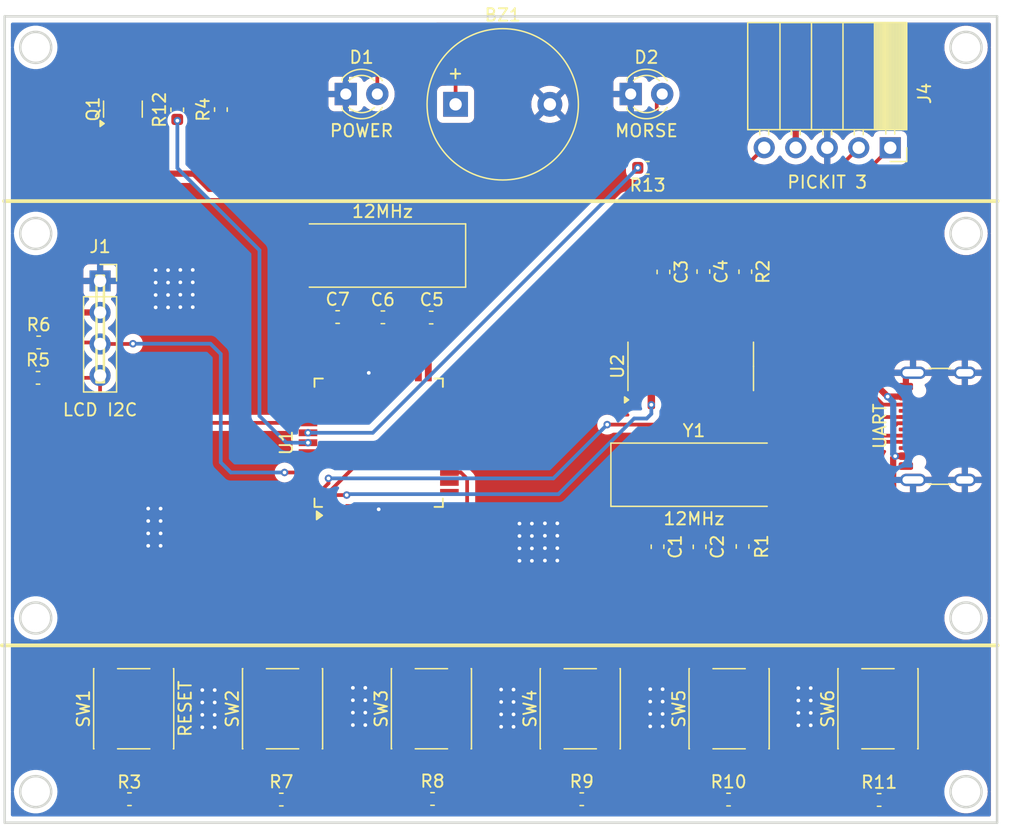
<source format=kicad_pcb>
(kicad_pcb (version 20240108) (generator "pcbnew") (generator_version "8.0")
  (layers (0 "F.Cu" signal) (31 "B.Cu" signal) (34 "B.Paste" user) (35 "F.Paste" user) (36 "B.SilkS" user "B.Silkscreen") (37 "F.SilkS" user "F.Silkscreen") (38 "B.Mask" user) (39 "F.Mask" user) (44 "Edge.Cuts" user))
  (net 0 "")
  (net 1 "Net-(U2-XI)")
  (net 2 "GND")
  (net 3 "Net-(U2-XO)")
  (net 4 "+5V")
  (net 5 "/D+")
  (net 6 "Net-(J2-CC1)")
  (net 7 "/D-")
  (net 9 "Net-(J2-CC2)")
  (net 11 "/TXD")
  (net 12 "/RXD")
  (net 45 "Net-(BZ1--)")
  (net 46 "Net-(U1-RA7{slash}OSC1{slash}CLKIN)")
  (net 47 "Net-(U1-RA6{slash}OSC2{slash}CLKOUT)")
  (net 48 "Net-(D1-A)")
  (net 49 "Net-(D2-A)")
  (net 50 "/SCL")
  (net 51 "/SDA")
  (net 52 "Net-(Q1-B)")
  (net 53 "/SW0")
  (net 54 "/SW1")
  (net 55 "/SW2")
  (net 56 "/SW3")
  (net 57 "/SW4")
  (net 58 "/BUZZER")
  (net 59 "/LED")
  (net 60 "/CLK")
  (net 61 "/DAT")
  (net 62 "/Vpp")
  (footprint "Connector_PinSocket_2.54mm:PinSocket_1x05_P2.54mm_Horizontal" (layer "F.Cu") (at 180.16 79.01 -90)
    (property "Reference" "J4")
    (property "Value" "Conn_01x05_Socket")
  )
  (footprint "Capacitor_SMD:C_0603_1608Metric" (layer "F.Cu") (at 155.29 131.53)
    (property "Reference" "R9")
    (property "Value" "10K")
  )
  (footprint "Capacitor_SMD:C_0603_1608Metric" (layer "F.Cu") (at 131.07 131.56)
    (property "Reference" "R7")
    (property "Value" "10K")
  )
  (footprint "Capacitor_SMD:C_0603_1608Metric" (layer "F.Cu") (at 161.4 111.175 -90)
    (property "Reference" "C1")
    (property "Value" "22p")
  )
  (footprint "LED_THT:LED_D3.0mm" (layer "F.Cu") (at 159.235 74.68)
    (property "Reference" "D2")
    (property "Value" "MORSE")
  )
  (footprint "Button_Switch_SMD:SW_Push_1P1T_NO_6x6mm_H9.5mm" (layer "F.Cu") (at 131.17 124.235 90)
    (property "Reference" "SW2")
    (property "Value" "SW_Push")
  )
  (footprint "Package_SO:SOIC-16_3.9x9.9mm_P1.27mm" (layer "F.Cu") (at 164.075 96.635 90)
    (property "Reference" "U2")
    (property "Value" "CH340G")
  )
  (footprint "Crystal:Crystal_SMD_HC49-SD" (layer "F.Cu") (at 139.23 87.7 180)
    (property "Reference" "Y2" (hide yes))
    (property "Value" "12MHz")
  )
  (footprint "Capacitor_SMD:C_0603_1608Metric" (layer "F.Cu") (at 118.83 131.53 180)
    (property "Reference" "R3")
    (property "Value" "10k")
  )
  (footprint "Capacitor_SMD:C_0603_1608Metric" (layer "F.Cu") (at 161.875 89.025 -90)
    (property "Reference" "C3")
    (property "Value" "10uF")
  )
  (footprint "Package_QFP:TQFP-44_10x10mm_P0.8mm" (layer "F.Cu") (at 138.92 102.79 90)
    (property "Reference" "U1")
    (property "Value" "PIC16F887-I_PT")
  )
  (footprint "Capacitor_SMD:C_0603_1608Metric" (layer "F.Cu") (at 167.125 131.56)
    (property "Reference" "R10")
    (property "Value" "10K")
  )
  (footprint "LED_THT:LED_D3.0mm" (layer "F.Cu") (at 136.27 74.68)
    (property "Reference" "D1")
    (property "Value" "POWER")
  )
  (footprint "Button_Switch_SMD:SW_Push_1P1T_NO_6x6mm_H9.5mm" (layer "F.Cu") (at 179.17 124.235 90)
    (property "Reference" "SW6")
    (property "Value" "SW_Push")
  )
  (footprint "Button_Switch_SMD:SW_Push_1P1T_NO_6x6mm_H9.5mm" (layer "F.Cu") (at 119.17 124.235 90)
    (property "Reference" "SW1")
    (property "Value" "RESET")
  )
  (footprint "Crystal:Crystal_SMD_HC49-SD" (layer "F.Cu") (at 164.34 105.37)
    (property "Reference" "Y1")
    (property "Value" "12MHz")
  )
  (footprint "Capacitor_SMD:C_0603_1608Metric" (layer "F.Cu") (at 143.26 131.51)
    (property "Reference" "R8")
    (property "Value" "10K")
  )
  (footprint "Connector_USB:USB_C_Receptacle_GCT_USB4105-xx-A_16P_TopMnt_Horizontal" (layer "F.Cu") (at 185.1 101.47 90)
    (property "Reference" "J2")
    (property "Value" "USB_C_Receptacle_USB2.0_16P")
  )
  (footprint "Capacitor_SMD:C_0603_1608Metric" (layer "F.Cu") (at 126.2 75.935 90)
    (property "Reference" "R4")
    (property "Value" "330")
  )
  (footprint "Button_Switch_SMD:SW_Push_1P1T_NO_6x6mm_H9.5mm" (layer "F.Cu") (at 167.17 124.235 90)
    (property "Reference" "SW5")
    (property "Value" "SW_Push")
  )
  (footprint "Capacitor_SMD:C_0603_1608Metric" (layer "F.Cu") (at 179.265 131.59)
    (property "Reference" "R11")
    (property "Value" "10K")
  )
  (footprint "Capacitor_SMD:C_0603_1608Metric" (layer "F.Cu") (at 168.475 89.005 -90)
    (property "Reference" "R2")
    (property "Value" "5.1K")
  )
  (footprint "Capacitor_SMD:C_0603_1608Metric" (layer "F.Cu") (at 111.51 94.71)
    (property "Reference" "R6")
    (property "Value" "4.7k")
  )
  (footprint "Capacitor_SMD:C_0603_1608Metric" (layer "F.Cu") (at 111.46 97.56)
    (property "Reference" "R5")
    (property "Value" "4.7k")
  )
  (footprint "Capacitor_SMD:C_0603_1608Metric" (layer "F.Cu") (at 164.79 111.185 -90)
    (property "Reference" "C2")
    (property "Value" "22p")
  )
  (footprint "Capacitor_SMD:C_0603_1608Metric" (layer "F.Cu") (at 143.15 92.7 180)
    (property "Reference" "C5")
    (property "Value" "100n")
  )
  (footprint "Capacitor_SMD:C_0603_1608Metric" (layer "F.Cu") (at 122.68 75.95 90)
    (property "Reference" "R12")
    (property "Value" "1K")
  )
  (footprint "Capacitor_SMD:C_0603_1608Metric" (layer "F.Cu") (at 135.61 92.66)
    (property "Reference" "C7")
    (property "Value" "22p")
  )
  (footprint "Button_Switch_SMD:SW_Push_1P1T_NO_6x6mm_H9.5mm" (layer "F.Cu") (at 143.17 124.235 90)
    (property "Reference" "SW3")
    (property "Value" "SW_Push")
  )
  (footprint "Package_TO_SOT_SMD:SOT-23" (layer "F.Cu") (at 118.3 75.8975 90)
    (property "Reference" "Q1")
    (property "Value" "S8550")
  )
  (footprint "Capacitor_SMD:C_0603_1608Metric" (layer "F.Cu") (at 160.58 80.63)
    (property "Reference" "R13")
    (property "Value" "330")
  )
  (footprint "Capacitor_SMD:C_0603_1608Metric" (layer "F.Cu") (at 165.095 88.995 -90)
    (property "Reference" "C4")
    (property "Value" "100nF")
  )
  (footprint "Connector_PinSocket_2.54mm:PinSocket_1x04_P2.54mm_Vertical" (layer "F.Cu") (at 116.46 89.75)
    (property "Reference" "J1")
    (property "Value" "LCD I2C")
  )
  (footprint "Capacitor_SMD:C_0603_1608Metric" (layer "F.Cu") (at 139.26 92.68 180)
    (property "Reference" "C6")
    (property "Value" "22p")
  )
  (footprint "Button_Switch_SMD:SW_Push_1P1T_NO_6x6mm_H9.5mm" (layer "F.Cu") (at 155.17 124.235 90)
    (property "Reference" "SW4")
    (property "Value" "SW_Push")
  )
  (footprint "Buzzer_Beeper:Buzzer_12x9.5RM7.6" (layer "F.Cu") (at 145.12 75.51)
    (property "Reference" "BZ1")
    (property "Value" "Buzzer")
  )
  (footprint "Capacitor_SMD:C_0603_1608Metric" (layer "F.Cu") (at 168.255 111.155 90)
    (property "Reference" "R1")
    (property "Value" "5.1K")
  )
  (gr_line (start 116.17 97.92) (end 116.17 89.32) (stroke (width 0.2)) (layer "F.SilkS"))
  (gr_line (start 108.712 83.312) (end 188.822 83.312) (stroke (width 0.3)) (layer "F.SilkS"))
  (gr_line (start 116.77 97.92) (end 116.17 97.92) (stroke (width 0.2)) (layer "F.SilkS"))
  (gr_line (start 108.542 119.126) (end 188.822 119.126) (stroke (width 0.3)) (layer "F.SilkS"))
  (gr_line (start 116.77 89.32) (end 116.77 97.92) (stroke (width 0.2)) (layer "F.SilkS"))
  (gr_line (start 116.17 89.32) (end 116.77 89.32) (stroke (width 0.2)) (layer "F.SilkS"))
  (gr_line (start 188.77 133.42) (end 188.77 68.42) (stroke (width 0.2)) (layer "Edge.Cuts"))
  (gr_circle (center 186.27 130.92) (end 187.52 130.92) (stroke (width 0.2)) (fill none) (layer "Edge.Cuts"))
  (gr_line (start 108.77 133.42) (end 108.77 68.42) (stroke (width 0.2)) (layer "Edge.Cuts"))
  (gr_circle (center 111.27 116.92) (end 112.52 116.92) (stroke (width 0.2)) (fill none) (layer "Edge.Cuts"))
  (gr_circle (center 111.27 130.92) (end 112.52 130.92) (stroke (width 0.2)) (fill none) (layer "Edge.Cuts"))
  (gr_circle (center 186.27 85.92) (end 187.52 85.92) (stroke (width 0.2)) (fill none) (layer "Edge.Cuts"))
  (gr_circle (center 111.27 85.92) (end 112.52 85.92) (stroke (width 0.2)) (fill none) (layer "Edge.Cuts"))
  (gr_circle (center 186.27 70.92) (end 187.52 70.92) (stroke (width 0.2)) (fill none) (layer "Edge.Cuts"))
  (gr_circle (center 111.27 70.92) (end 112.52 70.92) (stroke (width 0.2)) (fill none) (layer "Edge.Cuts"))
  (gr_circle (center 186.27 116.92) (end 187.52 116.92) (stroke (width 0.2)) (fill none) (layer "Edge.Cuts"))
  (gr_line (start 108.77 133.42) (end 188.77 133.42) (stroke (width 0.2)) (layer "Edge.Cuts"))
  (gr_line (start 188.77 68.42) (end 108.77 68.42) (stroke (width 0.2)) (layer "Edge.Cuts"))
  (segment (start 160.09 105.37) (end 160.09 106.05) (width 0.3) (layer "F.Cu") (net 1))
  (segment (start 161.4 107.36) (end 161.4 110.4) (width 0.3) (layer "F.Cu") (net 1))
  (segment (start 160.09 105.37) (end 161.52 105.37) (width 0.3) (layer "F.Cu") (net 1))
  (segment (start 167.25 99.64) (end 167.25 99.11) (width 0.3) (layer "F.Cu") (net 1))
  (segment (start 161.52 105.37) (end 167.25 99.64) (width 0.3) (layer "F.Cu") (net 1))
  (segment (start 160.09 106.05) (end 161.4 107.36) (width 0.3) (layer "F.Cu") (net 1))
  (via (at 136.84 124.55) (size 0.6) (drill 0.3) (layers "F.Cu" "B.Cu") (net 2))
  (via (at 161.81 124.66) (size 0.6) (drill 0.3) (layers "F.Cu" "B.Cu") (net 2))
  (via (at 121.34 111.1) (size 0.6) (drill 0.3) (layers "F.Cu" "B.Cu") (net 2))
  (via (at 151.27 111.31) (size 0.6) (drill 0.3) (layers "F.Cu" "B.Cu") (net 2))
  (via (at 160.81 122.66) (size 0.6) (drill 0.3) (layers "F.Cu" "B.Cu") (net 2))
  (via (at 122.93 91.86) (size 0.6) (drill 0.3) (layers "F.Cu" "B.Cu") (net 2))
  (via (at 120.34 110.1) (size 0.6) (drill 0.3) (layers "F.Cu" "B.Cu") (net 2))
  (via (at 160.81 123.66) (size 0.6) (drill 0.3) (layers "F.Cu" "B.Cu") (net 2))
  (via (at 138.12 97.16) (size 0.6) (drill 0.3) (layers "F.Cu" "B.Cu") (net 2))
  (via (at 152.32 111.29) (size 0.6) (drill 0.3) (layers "F.Cu" "B.Cu") (net 2))
  (via (at 137.84 122.55) (size 0.6) (drill 0.3) (layers "F.Cu" "B.Cu") (net 2))
  (via (at 153.32 110.29) (size 0.6) (drill 0.3) (layers "F.Cu" "B.Cu") (net 2))
  (via (at 120.34 111.1) (size 0.6) (drill 0.3) (layers "F.Cu" "B.Cu") (net 2))
  (via (at 149.79 122.69) (size 0.6) (drill 0.3) (layers "F.Cu" "B.Cu") (net 2))
  (via (at 120.34 108.1) (size 0.6) (drill 0.3) (layers "F.Cu" "B.Cu") (net 2))
  (via (at 160.81 125.66) (size 0.6) (drill 0.3) (layers "F.Cu" "B.Cu") (net 2))
  (via (at 150.27 110.31) (size 0.6) (drill 0.3) (layers "F.Cu" "B.Cu") (net 2))
  (via (at 120.94 88.88) (size 0.6) (drill 0.3) (layers "F.Cu" "B.Cu") (net 2))
  (via (at 151.27 110.31) (size 0.6) (drill 0.3) (layers "F.Cu" "B.Cu") (net 2))
  (via (at 121.34 108.1) (size 0.6) (drill 0.3) (layers "F.Cu" "B.Cu") (net 2))
  (via (at 121.94 88.88) (size 0.6) (drill 0.3) (layers "F.Cu" "B.Cu") (net 2))
  (via (at 121.94 89.88) (size 0.6) (drill 0.3) (layers "F.Cu" "B.Cu") (net 2))
  (via (at 173.75 125.57) (size 0.6) (drill 0.3) (layers "F.Cu" "B.Cu") (net 2))
  (via (at 123.93 91.86) (size 0.6) (drill 0.3) (layers "F.Cu" "B.Cu") (net 2))
  (via (at 161.81 123.66) (size 0.6) (drill 0.3) (layers "F.Cu" "B.Cu") (net 2))
  (via (at 172.75 122.57) (size 0.6) (drill 0.3) (layers "F.Cu" "B.Cu") (net 2))
  (via (at 136.84 122.55) (size 0.6) (drill 0.3) (layers "F.Cu" "B.Cu") (net 2))
  (via (at 152.32 112.29) (size 0.6) (drill 0.3) (layers "F.Cu" "B.Cu") (net 2))
  (via (at 123.93 89.86) (size 0.6) (drill 0.3) (layers "F.Cu" "B.Cu") (net 2))
  (via (at 122.93 88.86) (size 0.6) (drill 0.3) (layers "F.Cu" "B.Cu") (net 2))
  (via (at 121.34 109.1) (size 0.6) (drill 0.3) (layers "F.Cu" "B.Cu") (net 2))
  (via (at 120.94 89.88) (size 0.6) (drill 0.3) (layers "F.Cu" "B.Cu") (net 2))
  (via (at 124.7 122.73) (size 0.6) (drill 0.3) (layers "F.Cu" "B.Cu") (net 2))
  (via (at 149.79 123.69) (size 0.6) (drill 0.3) (layers "F.Cu" "B.Cu") (net 2))
  (via (at 120.94 91.88) (size 0.6) (drill 0.3) (layers "F.Cu" "B.Cu") (net 2))
  (via (at 150.27 111.31) (size 0.6) (drill 0.3) (layers "F.Cu" "B.Cu") (net 2))
  (via (at 148.79 123.69) (size 0.6) (drill 0.3) (layers "F.Cu" "B.Cu") (net 2))
  (via (at 137.84 123.55) (size 0.6) (drill 0.3) (layers "F.Cu" "B.Cu") (net 2))
  (via (at 161.81 122.66) (size 0.6) (drill 0.3) (layers "F.Cu" "B.Cu") (net 2))
  (via (at 137.84 125.55) (size 0.6) (drill 0.3) (layers "F.Cu" "B.Cu") (net 2))
  (via (at 120.34 109.1) (size 0.6) (drill 0.3) (layers "F.Cu" "B.Cu") (net 2))
  (via (at 121.94 91.88) (size 0.6) (drill 0.3) (layers "F.Cu" "B.Cu") (net 2))
  (via (at 150.27 112.31) (size 0.6) (drill 0.3) (layers "F.Cu" "B.Cu") (net 2))
  (via (at 153.32 111.29) (size 0.6) (drill 0.3) (layers "F.Cu" "B.Cu") (net 2))
  (via (at 160.81 124.66) (size 0.6) (drill 0.3) (layers "F.Cu" "B.Cu") (net 2))
  (via (at 173.75 122.57) (size 0.6) (drill 0.3) (layers "F.Cu" "B.Cu") (net 2))
  (via (at 172.75 123.57) (size 0.6) (drill 0.3) (layers "F.Cu" "B.Cu") (net 2))
  (via (at 150.27 109.31) (size 0.6) (drill 0.3) (layers "F.Cu" "B.Cu") (net 2))
  (via (at 148.79 125.69) (size 0.6) (drill 0.3) (layers "F.Cu" "B.Cu") (net 2))
  (via (at 123.93 88.86) (size 0.6) (drill 0.3) (layers "F.Cu" "B.Cu") (net 2))
  (via (at 138.92 108.16) (size 0.6) (drill 0.3) (layers "F.Cu" "B.Cu") (net 2))
  (via (at 121.34 110.1) (size 0.6) (drill 0.3) (layers "F.Cu" "B.Cu") (net 2))
  (via (at 148.79 124.69) (size 0.6) (drill 0.3) (layers "F.Cu" "B.Cu") (net 2))
  (via (at 173.75 123.57) (size 0.6) (drill 0.3) (layers "F.Cu" "B.Cu") (net 2))
  (via (at 136.84 123.55) (size 0.6) (drill 0.3) (layers "F.Cu" "B.Cu") (net 2))
  (via (at 149.79 124.69) (size 0.6) (drill 0.3) (layers "F.Cu" "B.Cu") (net 2))
  (via (at 124.7 125.73) (size 0.6) (drill 0.3) (layers "F.Cu" "B.Cu") (net 2))
  (via (at 122.93 89.86) (size 0.6) (drill 0.3) (layers "F.Cu" "B.Cu") (net 2))
  (via (at 125.7 122.73) (size 0.6) (drill 0.3) (layers "F.Cu" "B.Cu") (net 2))
  (via (at 122.93 90.86) (size 0.6) (drill 0.3) (layers "F.Cu" "B.Cu") (net 2))
  (via (at 125.7 124.73) (size 0.6) (drill 0.3) (layers "F.Cu" "B.Cu") (net 2))
  (via (at 148.79 122.69) (size 0.6) (drill 0.3) (layers "F.Cu" "B.Cu") (net 2))
  (via (at 125.7 125.73) (size 0.6) (drill 0.3) (layers "F.Cu" "B.Cu") (net 2))
  (via (at 151.27 109.31) (size 0.6) (drill 0.3) (layers "F.Cu" "B.Cu") (net 2))
  (via (at 153.32 112.29) (size 0.6) (drill 0.3) (layers "F.Cu" "B.Cu") (net 2))
  (via (at 123.93 90.86) (size 0.6) (drill 0.3) (layers "F.Cu" "B.Cu") (net 2))
  (via (at 124.7 124.73) (size 0.6) (drill 0.3) (layers "F.Cu" "B.Cu") (net 2))
  (via (at 121.94 90.88) (size 0.6) (drill 0.3) (layers "F.Cu" "B.Cu") (net 2))
  (via (at 120.94 90.88) (size 0.6) (drill 0.3) (layers "F.Cu" "B.Cu") (net 2))
  (via (at 172.75 125.57) (size 0.6) (drill 0.3) (layers "F.Cu" "B.Cu") (net 2))
  (via (at 136.84 125.55) (size 0.6) (drill 0.3) (layers "F.Cu" "B.Cu") (net 2))
  (via (at 172.75 124.57) (size 0.6) (drill 0.3) (layers "F.Cu" "B.Cu") (net 2))
  (via (at 153.32 109.29) (size 0.6) (drill 0.3) (layers "F.Cu" "B.Cu") (net 2))
  (via (at 124.7 123.73) (size 0.6) (drill 0.3) (layers "F.Cu" "B.Cu") (net 2))
  (via (at 149.79 125.69) (size 0.6) (drill 0.3) (layers "F.Cu" "B.Cu") (net 2))
  (via (at 137.84 124.55) (size 0.6) (drill 0.3) (layers "F.Cu" "B.Cu") (net 2))
  (via (at 125.7 123.73) (size 0.6) (drill 0.3) (layers "F.Cu" "B.Cu") (net 2))
  (via (at 151.27 112.31) (size 0.6) (drill 0.3) (layers "F.Cu" "B.Cu") (net 2))
  (via (at 152.32 110.29) (size 0.6) (drill 0.3) (layers "F.Cu" "B.Cu") (net 2))
  (via (at 161.81 125.66) (size 0.6) (drill 0.3) (layers "F.Cu" "B.Cu") (net 2))
  (via (at 152.32 109.29) (size 0.6) (drill 0.3) (layers "F.Cu" "B.Cu") (net 2))
  (via (at 173.75 124.57) (size 0.6) (drill 0.3) (layers "F.Cu" "B.Cu") (net 2))
  (segment (start 164.79 109.17) (end 164.79 110.41) (width 0.3) (layer "F.Cu") (net 3))
  (segment (start 168.59 105.37) (end 168.59 99.18) (width 0.3) (layer "F.Cu") (net 3))
  (segment (start 168.59 99.18) (end 168.52 99.11) (width 0.3) (layer "F.Cu") (net 3))
  (segment (start 168.59 105.37) (end 164.79 109.17) (width 0.3) (layer "F.Cu") (net 3))
  (segment (start 131.22 132.485) (end 142.135 132.485) (width 0.5) (layer "F.Cu") (net 4))
  (segment (start 165.095 88.22) (end 161.905 88.22) (width 0.5) (layer "F.Cu") (net 4))
  (segment (start 166.35 131.56) (end 167.35 132.56) (width 0.5) (layer "F.Cu") (net 4))
  (segment (start 110.685 94.76) (end 110.735 94.71) (width 0.5) (layer "F.Cu") (net 4))
  (segment (start 124.72 81.1) (end 126.2 79.62) (width 0.5) (layer "F.Cu") (net 4))
  (segment (start 180.56 103.87) (end 180.395 104.035) (width 0.5) (layer "F.Cu") (net 4))
  (segment (start 154.515 131.53) (end 155.44 132.455) (width 0.5) (layer "F.Cu") (net 4))
  (segment (start 172.66 91.78) (end 172.66 88.65) (width 0.5) (layer "F.Cu") (net 4))
  (segment (start 118.55 132.585) (end 119.605 131.53) (width 0.5) (layer "F.Cu") (net 4))
  (segment (start 179.415 132.515) (end 178.49 131.59) (width 0.5) (layer "F.Cu") (net 4))
  (segment (start 142.135 132.485) (end 142.485 132.135) (width 0.5) (layer "F.Cu") (net 4))
  (segment (start 125.26 82.32) (end 147 82.32) (width 0.5) (layer "F.Cu") (net 4))
  (segment (start 182.64 76.62) (end 180.6 74.58) (width 0.5) (layer "F.Cu") (net 4))
  (segment (start 175.3 74.58) (end 172.54 77.34) (width 0.5) (layer "F.Cu") (net 4))
  (segment (start 179.95 99.07) (end 181.42 99.07) (width 0.5) (layer "F.Cu") (net 4))
  (segment (start 179.09 86.65) (end 182.64 83.1) (width 0.5) (layer "F.Cu") (net 4))
  (segment (start 139.72 108.49) (end 139.72 116.058) (width 0.5) (layer "F.Cu") (net 4))
  (segment (start 177.52 132.56) (end 178.49 131.59) (width 0.5) (layer "F.Cu") (net 4))
  (segment (start 110.735 94.71) (end 110.735 93.565) (width 0.5) (layer "F.Cu") (net 4))
  (segment (start 110.685 97.56) (end 110.685 99.1) (width 0.5) (layer "F.Cu") (net 4))
  (segment (start 180.395 104.035) (end 180.395 114.945) (width 0.5) (layer "F.Cu") (net 4))
  (segment (start 166.335 86.98) (end 165.095 88.22) (width 0.5) (layer "F.Cu") (net 4))
  (segment (start 161.905 88.22) (end 161.875 88.25) (width 0.5) (layer "F.Cu") (net 4))
  (segment (start 119.605 131.53) (end 130.265 131.53) (width 0.5) (layer "F.Cu") (net 4))
  (segment (start 165.455 132.455) (end 166.35 131.56) (width 0.5) (layer "F.Cu") (net 4))
  (segment (start 179.95 99.07) (end 179.74 98.86) (width 0.5) (layer "F.Cu") (net 4))
  (segment (start 148.95 84.27) (end 148.95 87.93) (width 0.5) (layer "F.Cu") (net 4))
  (segment (start 138.92 95.965) (end 138.92 97.09) (width 0.5) (layer "F.Cu") (net 4))
  (segment (start 112.01 92.29) (end 113.62 92.29) (width 0.5) (layer "F.Cu") (net 4))
  (segment (start 159.63 88.9) (end 159.63 94.16) (width 0.5) (layer "F.Cu") (net 4))
  (segment (start 179.09 98.21) (end 179.09 86.65) (width 0.5) (layer "F.Cu") (net 4))
  (segment (start 180.395 114.945) (end 183.61 118.16) (width 0.5) (layer "F.Cu") (net 4))
  (segment (start 172.66 88.65) (end 170.99 86.98) (width 0.5) (layer "F.Cu") (net 4))
  (segment (start 153.485 132.56) (end 154.515 131.53) (width 0.5) (layer "F.Cu") (net 4))
  (segment (start 126.2 79.62) (end 126.2 76.71) (width 0.5) (layer "F.Cu") (net 4))
  (segment (start 110.735 93.565) (end 112.01 92.29) (width 0.5) (layer "F.Cu") (net 4))
  (segment (start 139.635 95.25) (end 138.92 95.965) (width 0.5) (layer "F.Cu") (net 4))
  (segment (start 117.35 81.1) (end 124.04 81.1) (width 0.5) (layer "F.Cu") (net 4))
  (segment (start 130.295 131.56) (end 131.22 132.485) (width 0.5) (layer "F.Cu") (net 4))
  (segment (start 172.54 77.34) (end 172.54 79.01) (width 0.5) (layer "F.Cu") (net 4))
  (segment (start 110.685 99.1) (end 113.277431 101.692431) (width 0.5) (layer "F.Cu") (net 4))
  (segment (start 179.74 98.86) (end 172.66 91.78) (width 0.5) (layer "F.Cu") (net 4))
  (segment (start 113.277431 129.307431) (end 116.555 132.585) (width 0.5) (layer "F.Cu") (net 4))
  (segment (start 132.737 118.618) (end 130.295 121.06) (width 0.5) (layer "F.Cu") (net 4))
  (segment (start 183.61 131.98) (end 183.075 132.515) (width 0.5) (layer "F.Cu") (net 4))
  (segment (start 170.99 86.98) (end 166.335 86.98) (width 0.5) (layer "F.Cu") (net 4))
  (segment (start 113.277431 101.692431) (end 113.277431 129.307431) (width 0.5) (layer "F.Cu") (net 4))
  (segment (start 181.42 103.87) (end 181.41 103.86) (width 0.5) (layer "F.Cu") (net 4))
  (segment (start 179.74 98.86) (end 179.09 98.21) (width 0.5) (layer "F.Cu") (net 4))
  (segment (start 141.63 95.25) (end 139.635 95.25) (width 0.5) (layer "F.Cu") (net 4))
  (segment (start 183.61 118.16) (end 183.61 131.98) (width 0.5) (layer "F.Cu") (net 4))
  (segment (start 117.35 81.1) (end 117.35 76.835) (width 0.5) (layer "F.Cu") (net 4))
  (segment (start 124.04 81.1) (end 124.72 81.1) (width 0.5) (layer "F.Cu") (net 4))
  (segment (start 130.295 121.06) (end 130.295 131.56) (width 0.5) (layer "F.Cu") (net 4))
  (segment (start 142.485 131.51) (end 143.535 132.56) (width 0.5) (layer "F.Cu") (net 4))
  (segment (start 182.64 83.1) (end 182.64 76.62) (width 0.5) (layer "F.Cu") (net 4))
  (segment (start 116.555 132.585) (end 118.55 132.585) (width 0.5) (layer "F.Cu") (net 4))
  (segment (start 113.62 92.29) (end 116.46 92.29) (width 0.5) (layer "F.Cu") (net 4))
  (segment (start 180.57 103.86) (end 180.56 103.87) (width 0.5) (layer "F.Cu") (net 4))
  (segment (start 117.095 76.58) (end 117.35 76.835) (width 0.5) (layer "F.Cu") (net 4))
  (segment (start 183.075 132.515) (end 179.415 132.515) (width 0.5) (layer "F.Cu") (net 4))
  (segment (start 110.685 97.56) (end 110.685 94.76) (width 0.5) (layer "F.Cu") (net 4))
  (segment (start 139.72 116.058) (end 137.16 118.618) (width 0.5) (layer "F.Cu") (net 4))
  (segment (start 142.485 132.135) (end 142.485 131.51) (width 0.5) (layer "F.Cu") (net 4))
  (segment (start 161.875 88.25) (end 160.28 88.25) (width 0.5) (layer "F.Cu") (net 4))
  (segment (start 124.04 81.1) (end 125.26 82.32) (width 0.5) (layer "F.Cu") (net 4))
  (segment (start 113.62 84.83) (end 117.35 81.1) (width 0.5) (layer "F.Cu") (net 4))
  (segment (start 130.265 131.53) (end 130.295 131.56) (width 0.5) (layer "F.Cu") (net 4))
  (segment (start 113.62 92.29) (end 113.62 84.83) (width 0.5) (layer "F.Cu") (net 4))
  (segment (start 181.41 103.86) (end 180.57 103.86) (width 0.5) (layer "F.Cu") (net 4))
  (segment (start 143.535 132.56) (end 153.485 132.56) (width 0.5) (layer "F.Cu") (net 4))
  (segment (start 167.35 132.56) (end 177.52 132.56) (width 0.5) (layer "F.Cu") (net 4))
  (segment (start 155.44 132.455) (end 165.455 132.455) (width 0.5) (layer "F.Cu") (net 4))
  (segment (start 180.6 74.58) (end 175.3 74.58) (width 0.5) (layer "F.Cu") (net 4))
  (segment (start 160.28 88.25) (end 159.63 88.9) (width 0.5) (layer "F.Cu") (net 4))
  (segment (start 147 82.32) (end 148.95 84.27) (width 0.5) (layer "F.Cu") (net 4))
  (segment (start 137.16 118.618) (end 132.737 118.618) (width 0.5) (layer "F.Cu") (net 4))
  (segment (start 148.95 87.93) (end 141.63 95.25) (width 0.5) (layer "F.Cu") (net 4))
  (via (at 179.95 99.07) (size 0.6) (drill 0.3) (layers "F.Cu" "B.Cu") (net 4))
  (via (at 180.56 103.87) (size 0.6) (drill 0.3) (layers "F.Cu" "B.Cu") (net 4))
  (segment (start 180.4 103.71) (end 180.56 103.87) (width 0.5) (layer "B.Cu") (net 4))
  (segment (start 180.4 99.52) (end 180.4 103.71) (width 0.5) (layer "B.Cu") (net 4))
  (segment (start 179.95 99.07) (end 180.4 99.52) (width 0.5) (layer "B.Cu") (net 4))
  (segment (start 164.71 98.135001) (end 165.817001 97.028) (width 0.3) (layer "F.Cu") (net 5))
  (segment (start 181.42 100.72) (end 182.09812 100.72) (width 0.3) (layer "F.Cu") (net 5))
  (segment (start 182.345 101.535) (end 182.16 101.72) (width 0.3) (layer "F.Cu") (net 5))
  (segment (start 182.09812 100.72) (end 182.345 100.96688) (width 0.3) (layer "F.Cu") (net 5))
  (segment (start 175.618 97.028) (end 179.31 100.72) (width 0.3) (layer "F.Cu") (net 5))
  (segment (start 165.817001 97.028) (end 175.618 97.028) (width 0.3) (layer "F.Cu") (net 5))
  (segment (start 182.345 100.96688) (end 182.345 101.535) (width 0.3) (layer "F.Cu") (net 5))
  (segment (start 179.31 100.72) (end 181.42 100.72) (width 0.3) (layer "F.Cu") (net 5))
  (segment (start 182.16 101.72) (end 181.42 101.72) (width 0.3) (layer "F.Cu") (net 5))
  (segment (start 164.71 99.11) (end 164.71 98.135001) (width 0.3) (layer "F.Cu") (net 5))
  (segment (start 177.71 102.72) (end 181.42 102.72) (width 0.3) (layer "F.Cu") (net 6))
  (segment (start 170.05 110.38) (end 177.71 102.72) (width 0.3) (layer "F.Cu") (net 6))
  (segment (start 168.255 110.38) (end 170.05 110.38) (width 0.3) (layer "F.Cu") (net 6))
  (segment (start 178.84 102.22) (end 180.34 102.22) (width 0.3) (layer "F.Cu") (net 7))
  (segment (start 165.98 98.135001) (end 166.579001 97.536) (width 0.3) (layer "F.Cu") (net 7))
  (segment (start 166.579001 97.536) (end 174.156 97.536) (width 0.3) (layer "F.Cu") (net 7))
  (segment (start 180.34 102.22) (end 181.42 102.22) (width 0.3) (layer "F.Cu") (net 7))
  (segment (start 180.34 101.62188) (end 180.34 102.22) (width 0.3) (layer "F.Cu") (net 7))
  (segment (start 165.98 99.11) (end 165.98 98.135001) (width 0.3) (layer "F.Cu") (net 7))
  (segment (start 180.74188 101.22) (end 180.34 101.62188) (width 0.3) (layer "F.Cu") (net 7))
  (segment (start 181.42 101.22) (end 180.74188 101.22) (width 0.3) (layer "F.Cu") (net 7))
  (segment (start 174.156 97.536) (end 178.84 102.22) (width 0.3) (layer "F.Cu") (net 7))
  (segment (start 179.57 99.72) (end 181.42 99.72) (width 0.3) (layer "F.Cu") (net 9))
  (segment (start 171.98 92.13) (end 179.57 99.72) (width 0.3) (layer "F.Cu") (net 9))
  (segment (start 171.98 89.12) (end 171.98 92.13) (width 0.3) (layer "F.Cu") (net 9))
  (segment (start 171.09 88.23) (end 171.98 89.12) (width 0.3) (layer "F.Cu") (net 9))
  (segment (start 168.475 88.23) (end 171.09 88.23) (width 0.3) (layer "F.Cu") (net 9))
  (segment (start 135.475 107.01) (end 134.92 107.565) (width 0.3) (layer "F.Cu") (net 11))
  (segment (start 136.34 107.01) (end 135.475 107.01) (width 0.3) (layer "F.Cu") (net 11))
  (segment (start 134.92 107.565) (end 134.92 108.49) (width 0.3) (layer "F.Cu") (net 11))
  (via (at 136.34 107.01) (size 0.6) (drill 0.3) (layers "F.Cu" "B.Cu") (net 11))
  (via (at 160.9 99.73) (size 0.6) (drill 0.3) (layers "F.Cu" "B.Cu") (net 11))
  (segment (start 153.416 106.934) (end 159.512 100.838) (width 0.3) (layer "B.Cu") (net 11))
  (segment (start 159.512 100.838) (end 160.528 100.838) (width 0.3) (layer "B.Cu") (net 11))
  (segment (start 136.416 106.934) (end 153.416 106.934) (width 0.3) (layer "B.Cu") (net 11))
  (segment (start 160.9 100.466) (end 160.9 99.73) (width 0.3) (layer "B.Cu") (net 11))
  (segment (start 160.528 100.838) (end 160.9 100.466) (width 0.3) (layer "B.Cu") (net 11))
  (segment (start 136.34 107.01) (end 136.416 106.934) (width 0.3) (layer "B.Cu") (net 11))
  (segment (start 157.34 101.33) (end 161.16 101.33) (width 0.3) (layer "F.Cu") (net 12))
  (segment (start 162.17 100.32) (end 162.17 99.11) (width 0.3) (layer "F.Cu") (net 12))
  (segment (start 134.874 105.664) (end 134.874 106.061) (width 0.3) (layer "F.Cu") (net 12))
  (segment (start 134.874 106.061) (end 134.145 106.79) (width 0.3) (layer "F.Cu") (net 12))
  (segment (start 134.145 106.79) (end 133.22 106.79) (width 0.3) (layer "F.Cu") (net 12))
  (segment (start 161.16 101.33) (end 162.17 100.32) (width 0.3) (layer "F.Cu") (net 12))
  (via (at 134.874 105.664) (size 0.6) (drill 0.3) (layers "F.Cu" "B.Cu") (net 12))
  (via (at 157.34 101.33) (size 0.6) (drill 0.3) (layers "F.Cu" "B.Cu") (net 12))
  (segment (start 153.006 105.664) (end 157.34 101.33) (width 0.3) (layer "B.Cu") (net 12))
  (segment (start 134.874 105.664) (end 153.006 105.664) (width 0.3) (layer "B.Cu") (net 12))
  (segment (start 143.13 69.63) (end 143.13 69.64) (width 0.3) (layer "F.Cu") (net 45))
  (segment (start 118.3 74.96) (end 123.63 69.63) (width 0.3) (layer "F.Cu") (net 45))
  (segment (start 145.12 71.63) (end 145.12 75.51) (width 0.3) (layer "F.Cu") (net 45))
  (segment (start 143.13 69.64) (end 145.12 71.63) (width 0.3) (layer "F.Cu") (net 45))
  (segment (start 123.63 69.63) (end 143.13 69.63) (width 0.3) (layer "F.Cu") (net 45))
  (segment (start 137.32 95.449408) (end 143.48 89.289408) (width 0.3) (layer "F.Cu") (net 46))
  (segment (start 137.32 97.09) (end 137.32 95.449408) (width 0.3) (layer "F.Cu") (net 46))
  (segment (start 143.48 89.289408) (end 143.48 87.7) (width 0.3) (layer "F.Cu") (net 46))
  (segment (start 134.98 92.37) (end 134.98 87.7) (width 0.3) (layer "F.Cu") (net 47))
  (segment (start 134.835 92.515) (end 134.98 92.37) (width 0.3) (layer "F.Cu") (net 47))
  (segment (start 136.52 94.345) (end 136.52 97.09) (width 0.3) (layer "F.Cu") (net 47))
  (segment (start 134.835 92.66) (end 134.835 92.515) (width 0.3) (layer "F.Cu") (net 47))
  (segment (start 134.835 92.66) (end 136.52 94.345) (width 0.3) (layer "F.Cu") (net 47))
  (segment (start 126.2 75.16) (end 126.2 73) (width 0.3) (layer "F.Cu") (net 48))
  (segment (start 126.2 73) (end 128.38 70.82) (width 0.3) (layer "F.Cu") (net 48))
  (segment (start 136.99 70.82) (end 138.81 72.64) (width 0.3) (layer "F.Cu") (net 48))
  (segment (start 128.38 70.82) (end 136.99 70.82) (width 0.3) (layer "F.Cu") (net 48))
  (segment (start 138.81 72.64) (end 138.81 74.68) (width 0.3) (layer "F.Cu") (net 48))
  (segment (start 161.335 80.61) (end 161.335 75.12) (width 0.3) (layer "F.Cu") (net 49))
  (segment (start 161.355 80.63) (end 161.335 80.61) (width 0.3) (layer "F.Cu") (net 49))
  (segment (start 161.335 75.12) (end 161.775 74.68) (width 0.3) (layer "F.Cu") (net 49))
  (segment (start 112.235 97.56) (end 116.27 97.56) (width 0.3) (layer "F.Cu") (net 50))
  (segment (start 117.81 101.19) (end 133.22 101.19) (width 0.3) (layer "F.Cu") (net 50))
  (segment (start 116.27 97.56) (end 116.46 97.37) (width 0.3) (layer "F.Cu") (net 50))
  (segment (start 116.46 97.37) (end 116.46 99.84) (width 0.3) (layer "F.Cu") (net 50))
  (segment (start 116.46 99.84) (end 117.81 101.19) (width 0.3) (layer "F.Cu") (net 50))
  (segment (start 116.34 94.71) (end 116.46 94.83) (width 0.3) (layer "F.Cu") (net 51))
  (segment (start 112.285 94.71) (end 116.34 94.71) (width 0.3) (layer "F.Cu") (net 51))
  (segment (start 133.22 105.19) (end 131.33 105.19) (width 0.3) (layer "F.Cu") (net 51))
  (segment (start 119.09 94.83) (end 119.11 94.81) (width 0.3) (layer "F.Cu") (net 51))
  (segment (start 116.46 94.83) (end 119.09 94.83) (width 0.3) (layer "F.Cu") (net 51))
  (via (at 119.11 94.81) (size 0.6) (drill 0.3) (layers "F.Cu" "B.Cu") (net 51))
  (via (at 131.33 105.19) (size 0.6) (drill 0.3) (layers "F.Cu" "B.Cu") (net 51))
  (segment (start 126.19 104.38) (end 127 105.19) (width 0.3) (layer "B.Cu") (net 51))
  (segment (start 127 105.19) (end 131.33 105.19) (width 0.3) (layer "B.Cu") (net 51))
  (segment (start 125.36 94.81) (end 126.19 95.64) (width 0.3) (layer "B.Cu") (net 51))
  (segment (start 119.11 94.81) (end 125.36 94.81) (width 0.3) (layer "B.Cu") (net 51))
  (segment (start 126.19 95.64) (end 126.19 104.38) (width 0.3) (layer "B.Cu") (net 51))
  (segment (start 120.91 75.175) (end 119.25 76.835) (width 0.3) (layer "F.Cu") (net 52))
  (segment (start 122.68 75.175) (end 120.91 75.175) (width 0.3) (layer "F.Cu") (net 52))
  (segment (start 133.42 120.26) (end 136.88 120.26) (width 0.3) (layer "F.Cu") (net 53))
  (segment (start 131.845 131.56) (end 131.845 129.785) (width 0.3) (layer "F.Cu") (net 53))
  (segment (start 136.88 120.26) (end 140.52 116.62) (width 0.3) (layer "F.Cu") (net 53))
  (segment (start 140.52 116.62) (end 140.52 108.49) (width 0.3) (layer "F.Cu") (net 53))
  (segment (start 133.42 120.26) (end 133.42 128.21) (width 0.3) (layer "F.Cu") (net 53))
  (segment (start 131.845 129.785) (end 133.42 128.21) (width 0.3) (layer "F.Cu") (net 53))
  (segment (start 145.2 120.26) (end 145.42 120.26) (width 0.3) (layer "F.Cu") (net 54))
  (segment (start 144.035 129.595) (end 145.42 128.21) (width 0.3) (layer "F.Cu") (net 54))
  (segment (start 144.035 131.51) (end 144.035 129.595) (width 0.3) (layer "F.Cu") (net 54))
  (segment (start 141.32 108.49) (end 141.32 116.38) (width 0.3) (layer "F.Cu") (net 54))
  (segment (start 145.42 120.26) (end 145.42 128.21) (width 0.3) (layer "F.Cu") (net 54))
  (segment (start 141.32 116.38) (end 145.2 120.26) (width 0.3) (layer "F.Cu") (net 54))
  (segment (start 142.12 108.49) (end 142.12 115.704) (width 0.3) (layer "F.Cu") (net 55))
  (segment (start 144.546 118.13) (end 155.2 118.13) (width 0.3) (layer "F.Cu") (net 55))
  (segment (start 142.12 115.704) (end 144.546 118.13) (width 0.3) (layer "F.Cu") (net 55))
  (segment (start 157.42 120.26) (end 157.42 128.21) (width 0.3) (layer "F.Cu") (net 55))
  (segment (start 157.33 120.26) (end 157.42 120.26) (width 0.3) (layer "F.Cu") (net 55))
  (segment (start 155.2 118.13) (end 157.33 120.26) (width 0.3) (layer "F.Cu") (net 55))
  (segment (start 156.065 131.53) (end 156.065 129.565) (width 0.3) (layer "F.Cu") (net 55))
  (segment (start 156.065 129.565) (end 157.42 128.21) (width 0.3) (layer "F.Cu") (net 55))
  (segment (start 166.1 116.94) (end 169.42 120.26) (width 0.3) (layer "F.Cu") (net 56))
  (segment (start 142.92 114.98) (end 144.88 116.94) (width 0.3) (layer "F.Cu") (net 56))
  (segment (start 144.88 116.94) (end 166.1 116.94) (width 0.3) (layer "F.Cu") (net 56))
  (segment (start 142.92 108.49) (end 142.92 114.98) (width 0.3) (layer "F.Cu") (net 56))
  (segment (start 167.9 131.56) (end 167.9 129.73) (width 0.3) (layer "F.Cu") (net 56))
  (segment (start 167.9 129.73) (end 169.42 128.21) (width 0.3) (layer "F.Cu") (net 56))
  (segment (start 169.42 120.26) (end 169.42 128.21) (width 0.3) (layer "F.Cu") (net 56))
  (segment (start 181.42 120.26) (end 181.42 128.21) (width 0.3) (layer "F.Cu") (net 57))
  (segment (start 146.05 113.78) (end 148.03 115.76) (width 0.3) (layer "F.Cu") (net 57))
  (segment (start 176.92 115.76) (end 181.42 120.26) (width 0.3) (layer "F.Cu") (net 57))
  (segment (start 180.04 129.59) (end 181.42 128.21) (width 0.3) (layer "F.Cu") (net 57))
  (segment (start 146.05 105.695) (end 146.05 113.78) (width 0.3) (layer "F.Cu") (net 57))
  (segment (start 148.03 115.76) (end 176.92 115.76) (width 0.3) (layer "F.Cu") (net 57))
  (segment (start 145.545 105.19) (end 146.05 105.695) (width 0.3) (layer "F.Cu") (net 57))
  (segment (start 180.04 131.59) (end 180.04 129.59) (width 0.3) (layer "F.Cu") (net 57))
  (segment (start 144.62 105.19) (end 145.545 105.19) (width 0.3) (layer "F.Cu") (net 57))
  (via (at 133.22 102.79) (size 0.6) (drill 0.3) (layers "F.Cu" "B.Cu") (net 58))
  (via (at 122.69 76.825) (size 0.6) (drill 0.3) (layers "F.Cu" "B.Cu") (net 58))
  (segment (start 133.22 102.79) (end 131.47 102.79) (width 0.3) (layer "B.Cu") (net 58))
  (segment (start 122.69 80.65) (end 122.69 76.825) (width 0.3) (layer "B.Cu") (net 58))
  (segment (start 131.47 102.79) (end 129.31 100.63) (width 0.3) (layer "B.Cu") (net 58))
  (segment (start 129.31 87.27) (end 122.69 80.65) (width 0.3) (layer "B.Cu") (net 58))
  (segment (start 129.31 100.63) (end 129.31 87.27) (width 0.3) (layer "B.Cu") (net 58))
  (via (at 133.22 101.99) (size 0.6) (drill 0.3) (layers "F.Cu" "B.Cu") (net 59))
  (via (at 159.805 80.63) (size 0.6) (drill 0.3) (layers "F.Cu" "B.Cu") (net 59))
  (segment (start 138.445 101.99) (end 133.22 101.99) (width 0.3) (layer "B.Cu") (net 59))
  (segment (start 159.805 80.63) (end 138.445 101.99) (width 0.3) (layer "B.Cu") (net 59))
  (segment (start 159.34 84.84) (end 174.33 84.84) (width 0.3) (layer "F.Cu") (net 60))
  (segment (start 144.62 103.59) (end 145.67 103.59) (width 0.3) (layer "F.Cu") (net 60))
  (segment (start 147.35 96.83) (end 159.34 84.84) (width 0.3) (layer "F.Cu") (net 60))
  (segment (start 174.33 84.84) (end 180.16 79.01) (width 0.3) (layer "F.Cu") (net 60))
  (segment (start 147.35 101.91) (end 147.35 96.83) (width 0.3) (layer "F.Cu") (net 60))
  (segment (start 145.67 103.59) (end 147.35 101.91) (width 0.3) (layer "F.Cu") (net 60))
  (segment (start 159.09 84.06) (end 172.57 84.06) (width 0.3) (layer "F.Cu") (net 61))
  (segment (start 172.57 84.06) (end 177.62 79.01) (width 0.3) (layer "F.Cu") (net 61))
  (segment (start 144.62 102.79) (end 145.452106 102.79) (width 0.3) (layer "F.Cu") (net 61))
  (segment (start 146.79 101.452106) (end 146.79 96.36) (width 0.3) (layer "F.Cu") (net 61))
  (segment (start 145.452106 102.79) (end 146.79 101.452106) (width 0.3) (layer "F.Cu") (net 61))
  (segment (start 146.79 96.36) (end 159.09 84.06) (width 0.3) (layer "F.Cu") (net 61))
  (segment (start 146.29 101.245) (end 146.29 95.76) (width 0.3) (layer "F.Cu") (net 62))
  (segment (start 145.545 101.99) (end 146.29 101.245) (width 0.3) (layer "F.Cu") (net 62))
  (segment (start 158.86 83.19) (end 165.82 83.19) (width 0.3) (layer "F.Cu") (net 62))
  (segment (start 139.69 101.99) (end 121.42 120.26) (width 0.3) (layer "F.Cu") (net 62))
  (segment (start 118.055 131.53) (end 118.1 131.53) (width 0.3) (layer "F.Cu") (net 62))
  (segment (start 121.42 120.26) (end 121.42 128.21) (width 0.3) (layer "F.Cu") (net 62))
  (segment (start 165.82 83.19) (end 170 79.01) (width 0.3) (layer "F.Cu") (net 62))
  (segment (start 144.62 101.99) (end 139.69 101.99) (width 0.3) (layer "F.Cu") (net 62))
  (segment (start 146.29 95.76) (end 158.86 83.19) (width 0.3) (layer "F.Cu") (net 62))
  (segment (start 118.1 131.53) (end 121.42 128.21) (width 0.3) (layer "F.Cu") (net 62))
  (segment (start 144.62 101.99) (end 145.545 101.99) (width 0.3) (layer "F.Cu") (net 62))
  (zone (net 0) (net_name "") (layer "F.Cu") (connect_pads (clearance 0)) (min_thickness 0.25)
    (keepout (tracks allowed) (vias allowed) (pads allowed) (copperpour not_allowed) (footprints allowed))
    (fill (thermal_gap 0.5) (thermal_bridge_width 0.5))
    (polygon (pts (xy 146.44 115.36) (xy 146.51 120.37) (xy 140.84 116.13) (xy 141.2 113.67)))
  )
  (zone (net 0) (net_name "") (layer "F.Cu") (connect_pads (clearance 0)) (min_thickness 0.25)
    (keepout (tracks allowed) (vias allowed) (pads allowed) (copperpour not_allowed) (footprints allowed))
    (fill (thermal_gap 0.5) (thermal_bridge_width 0.5))
    (polygon (pts (xy 148.844 83.312) (xy 157.988 83.312) (xy 146.73 97.87) (xy 143.5 98.64) (xy 139.04 94.63) (xy 140.85 92.37) (xy 144.94 92.34) (xy 148.77 88.61)))
  )
  (zone (net 2) (net_name "GND") (layers "F&B.Cu") (connect_pads (clearance 0.5)) (min_thickness 0.25) (fill yes (thermal_gap 0.5) (thermal_bridge_width 0.5))
    (polygon (pts (xy 108.78 68.44) (xy 188.76 68.43) (xy 188.76 133.42) (xy 108.79 133.42)))
  )
)
</source>
